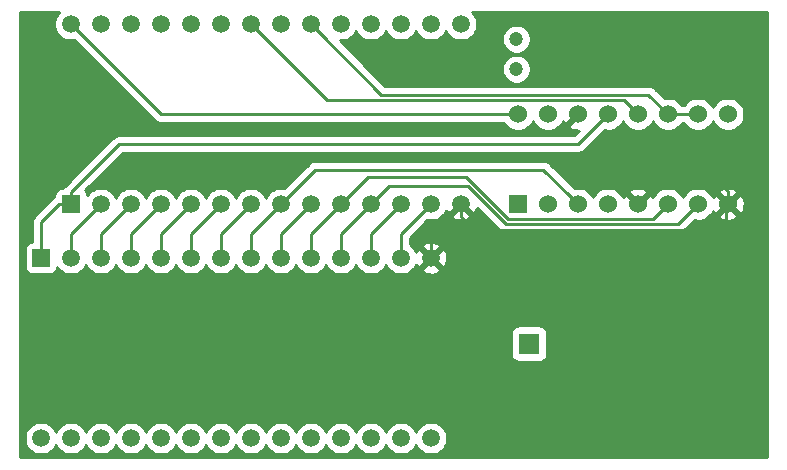
<source format=gbr>
G04 #@! TF.GenerationSoftware,KiCad,Pcbnew,(5.1.4-0-10_14)*
G04 #@! TF.CreationDate,2020-02-03T15:06:25+11:00*
G04 #@! TF.ProjectId,SmartWatch+,536d6172-7457-4617-9463-682b2e6b6963,rev?*
G04 #@! TF.SameCoordinates,Original*
G04 #@! TF.FileFunction,Copper,L1,Top*
G04 #@! TF.FilePolarity,Positive*
%FSLAX46Y46*%
G04 Gerber Fmt 4.6, Leading zero omitted, Abs format (unit mm)*
G04 Created by KiCad (PCBNEW (5.1.4-0-10_14)) date 2020-02-03 15:06:25*
%MOMM*%
%LPD*%
G04 APERTURE LIST*
%ADD10R,1.500000X1.500000*%
%ADD11C,1.500000*%
%ADD12R,1.524000X1.524000*%
%ADD13C,1.524000*%
%ADD14C,1.200000*%
%ADD15C,1.800000*%
%ADD16R,1.800000X1.800000*%
%ADD17C,0.250000*%
%ADD18C,0.254000*%
G04 APERTURE END LIST*
D10*
X24130000Y-43434000D03*
D11*
X26670000Y-43434000D03*
X29210000Y-43434000D03*
X31750000Y-43434000D03*
X34290000Y-43434000D03*
X36830000Y-43434000D03*
X39370000Y-43434000D03*
X41910000Y-43434000D03*
X44450000Y-43434000D03*
X46990000Y-43434000D03*
X49530000Y-43434000D03*
X52070000Y-43434000D03*
X54610000Y-43434000D03*
X57150000Y-43434000D03*
X57150000Y-58674000D03*
X54610000Y-58674000D03*
X52070000Y-58674000D03*
X49530000Y-58674000D03*
X46990000Y-58674000D03*
X44450000Y-58674000D03*
X41910000Y-58674000D03*
X39370000Y-58674000D03*
X36830000Y-58674000D03*
X34290000Y-58674000D03*
X31750000Y-58674000D03*
X29210000Y-58674000D03*
X26670000Y-58674000D03*
X24130000Y-58674000D03*
D10*
X26657300Y-38862000D03*
D11*
X29197300Y-38862000D03*
X31737300Y-38862000D03*
X34277300Y-38862000D03*
X36817300Y-38862000D03*
X39357300Y-38862000D03*
X41897300Y-38862000D03*
X44437300Y-38862000D03*
X46977300Y-38862000D03*
X49517300Y-38862000D03*
X52057300Y-38862000D03*
X54597300Y-38862000D03*
X57137300Y-38862000D03*
X59677300Y-38862000D03*
X59677300Y-23622000D03*
X57137300Y-23622000D03*
X54597300Y-23622000D03*
X52057300Y-23622000D03*
X49517300Y-23622000D03*
X46977300Y-23622000D03*
X44437300Y-23622000D03*
X41897300Y-23622000D03*
X39357300Y-23622000D03*
X36817300Y-23622000D03*
X34277300Y-23622000D03*
X31737300Y-23622000D03*
X29197300Y-23622000D03*
X26657300Y-23622000D03*
D12*
X64516000Y-38862000D03*
D13*
X67056000Y-38862000D03*
X69596000Y-38862000D03*
X72136000Y-38862000D03*
X74676000Y-38862000D03*
X77216000Y-38862000D03*
X79756000Y-38862000D03*
X82296000Y-38862000D03*
X82296000Y-31242000D03*
X79756000Y-31242000D03*
X77216000Y-31242000D03*
X74676000Y-31242000D03*
X72136000Y-31242000D03*
X69596000Y-31242000D03*
X67056000Y-31242000D03*
X64516000Y-31242000D03*
D14*
X64389000Y-27432000D03*
X64389000Y-24892000D03*
D15*
X82117000Y-50673000D03*
D16*
X65457000Y-50673000D03*
D17*
X57150000Y-41389300D02*
X59677300Y-38862000D01*
X57150000Y-43434000D02*
X57150000Y-41389300D01*
X82117000Y-39041000D02*
X82296000Y-38862000D01*
X82117000Y-50673000D02*
X82117000Y-39041000D01*
X81534001Y-39623999D02*
X82296000Y-38862000D01*
X60786660Y-41032020D02*
X80125980Y-41032020D01*
X59677300Y-39922660D02*
X60786660Y-41032020D01*
X80125980Y-41032020D02*
X81534001Y-39623999D01*
X59677300Y-38862000D02*
X59677300Y-39922660D01*
X82296000Y-37784370D02*
X81722630Y-37211000D01*
X75437999Y-38100001D02*
X74676000Y-38862000D01*
X76327000Y-37211000D02*
X75437999Y-38100001D01*
X81722630Y-37211000D02*
X76327000Y-37211000D01*
X82296000Y-38862000D02*
X82296000Y-37784370D01*
X78678370Y-31242000D02*
X77216000Y-31242000D01*
X79756000Y-31242000D02*
X78678370Y-31242000D01*
X52946300Y-29591000D02*
X47727299Y-24371999D01*
X75565000Y-29591000D02*
X52946300Y-29591000D01*
X47727299Y-24371999D02*
X46977300Y-23622000D01*
X77216000Y-31242000D02*
X75565000Y-29591000D01*
X73914001Y-30480001D02*
X74676000Y-31242000D01*
X48316310Y-30041010D02*
X73475010Y-30041010D01*
X73475010Y-30041010D02*
X73914001Y-30480001D01*
X41897300Y-23622000D02*
X48316310Y-30041010D01*
X34277300Y-31242000D02*
X64516000Y-31242000D01*
X26657300Y-23622000D02*
X34277300Y-31242000D01*
X54610000Y-41389300D02*
X54610000Y-43434000D01*
X57137300Y-38862000D02*
X54610000Y-41389300D01*
X52070000Y-41389300D02*
X52070000Y-43434000D01*
X54597300Y-38862000D02*
X52070000Y-41389300D01*
X49530000Y-41389300D02*
X49530000Y-43434000D01*
X52057300Y-38862000D02*
X49530000Y-41389300D01*
X52057300Y-38862000D02*
X53581300Y-37338000D01*
X78994001Y-39623999D02*
X79756000Y-38862000D01*
X63490598Y-40582010D02*
X78035990Y-40582010D01*
X60246588Y-37338000D02*
X63490598Y-40582010D01*
X78035990Y-40582010D02*
X78994001Y-39623999D01*
X53581300Y-37338000D02*
X60246588Y-37338000D01*
X46990000Y-41389300D02*
X46990000Y-43434000D01*
X49517300Y-38862000D02*
X46990000Y-41389300D01*
X63676998Y-40132000D02*
X75946000Y-40132000D01*
X76454001Y-39623999D02*
X77216000Y-38862000D01*
X60120998Y-36576000D02*
X63676998Y-40132000D01*
X51803300Y-36576000D02*
X60120998Y-36576000D01*
X75946000Y-40132000D02*
X76454001Y-39623999D01*
X49517300Y-38862000D02*
X51803300Y-36576000D01*
X44450000Y-41389300D02*
X44450000Y-43434000D01*
X46977300Y-38862000D02*
X44450000Y-41389300D01*
X41910000Y-41389300D02*
X41910000Y-43434000D01*
X44437300Y-38862000D02*
X41910000Y-41389300D01*
X68834001Y-38100001D02*
X69596000Y-38862000D01*
X66675000Y-35941000D02*
X68834001Y-38100001D01*
X47358300Y-35941000D02*
X66675000Y-35941000D01*
X44437300Y-38862000D02*
X47358300Y-35941000D01*
X39370000Y-41389300D02*
X39370000Y-43434000D01*
X41897300Y-38862000D02*
X39370000Y-41389300D01*
X36830000Y-41389300D02*
X36830000Y-43434000D01*
X39357300Y-38862000D02*
X36830000Y-41389300D01*
X34290000Y-41389300D02*
X34290000Y-43434000D01*
X36817300Y-38862000D02*
X34290000Y-41389300D01*
X31750000Y-41389300D02*
X31750000Y-43434000D01*
X34277300Y-38862000D02*
X31750000Y-41389300D01*
X29210000Y-41389300D02*
X29210000Y-43434000D01*
X31737300Y-38862000D02*
X29210000Y-41389300D01*
X26670000Y-41389300D02*
X26670000Y-43434000D01*
X29197300Y-38862000D02*
X26670000Y-41389300D01*
X24130000Y-42434000D02*
X24130000Y-43434000D01*
X24130000Y-40389300D02*
X24130000Y-42434000D01*
X25657300Y-38862000D02*
X24130000Y-40389300D01*
X26657300Y-38862000D02*
X25657300Y-38862000D01*
X69596000Y-33782000D02*
X71374001Y-32003999D01*
X30737300Y-33782000D02*
X69596000Y-33782000D01*
X26657300Y-37862000D02*
X30737300Y-33782000D01*
X71374001Y-32003999D02*
X72136000Y-31242000D01*
X26657300Y-38862000D02*
X26657300Y-37862000D01*
D18*
G36*
X25581501Y-22739114D02*
G01*
X25429929Y-22965957D01*
X25325525Y-23218011D01*
X25272300Y-23485589D01*
X25272300Y-23758411D01*
X25325525Y-24025989D01*
X25429929Y-24278043D01*
X25581501Y-24504886D01*
X25774414Y-24697799D01*
X26001257Y-24849371D01*
X26253311Y-24953775D01*
X26520889Y-25007000D01*
X26793711Y-25007000D01*
X26938665Y-24978167D01*
X33713501Y-31753003D01*
X33737299Y-31782001D01*
X33853024Y-31876974D01*
X33985053Y-31947546D01*
X34128314Y-31991003D01*
X34239967Y-32002000D01*
X34239976Y-32002000D01*
X34277299Y-32005676D01*
X34314622Y-32002000D01*
X63343659Y-32002000D01*
X63430880Y-32132535D01*
X63625465Y-32327120D01*
X63854273Y-32480005D01*
X64108510Y-32585314D01*
X64378408Y-32639000D01*
X64653592Y-32639000D01*
X64923490Y-32585314D01*
X65177727Y-32480005D01*
X65406535Y-32327120D01*
X65601120Y-32132535D01*
X65754005Y-31903727D01*
X65786000Y-31826485D01*
X65817995Y-31903727D01*
X65970880Y-32132535D01*
X66165465Y-32327120D01*
X66394273Y-32480005D01*
X66648510Y-32585314D01*
X66918408Y-32639000D01*
X67193592Y-32639000D01*
X67463490Y-32585314D01*
X67717727Y-32480005D01*
X67946535Y-32327120D01*
X68141120Y-32132535D01*
X68294005Y-31903727D01*
X68323692Y-31832057D01*
X68328364Y-31845023D01*
X68390344Y-31960980D01*
X68630435Y-32027960D01*
X69416395Y-31242000D01*
X69402253Y-31227858D01*
X69581858Y-31048253D01*
X69596000Y-31062395D01*
X69610143Y-31048253D01*
X69789748Y-31227858D01*
X69775605Y-31242000D01*
X69789748Y-31256143D01*
X69610143Y-31435748D01*
X69596000Y-31421605D01*
X68810040Y-32207565D01*
X68877020Y-32447656D01*
X69126048Y-32564756D01*
X69393135Y-32631023D01*
X69659680Y-32643519D01*
X69281199Y-33022000D01*
X30774622Y-33022000D01*
X30737299Y-33018324D01*
X30699976Y-33022000D01*
X30699967Y-33022000D01*
X30588314Y-33032997D01*
X30445053Y-33076454D01*
X30313024Y-33147026D01*
X30197299Y-33241999D01*
X30173501Y-33270997D01*
X26146298Y-37298201D01*
X26117300Y-37321999D01*
X26093502Y-37350997D01*
X26093501Y-37350998D01*
X26022326Y-37437724D01*
X26002974Y-37473928D01*
X25907300Y-37473928D01*
X25782818Y-37486188D01*
X25663120Y-37522498D01*
X25552806Y-37581463D01*
X25456115Y-37660815D01*
X25376763Y-37757506D01*
X25317798Y-37867820D01*
X25281488Y-37987518D01*
X25269228Y-38112000D01*
X25269228Y-38207674D01*
X25233024Y-38227026D01*
X25233022Y-38227027D01*
X25233023Y-38227027D01*
X25146296Y-38298201D01*
X25146292Y-38298205D01*
X25117299Y-38321999D01*
X25093505Y-38350992D01*
X23619002Y-39825497D01*
X23589999Y-39849299D01*
X23535058Y-39916245D01*
X23495026Y-39965024D01*
X23440168Y-40067656D01*
X23424454Y-40097054D01*
X23380997Y-40240315D01*
X23370000Y-40351968D01*
X23370000Y-40351978D01*
X23366324Y-40389300D01*
X23370000Y-40426623D01*
X23370001Y-42046913D01*
X23255518Y-42058188D01*
X23135820Y-42094498D01*
X23025506Y-42153463D01*
X22928815Y-42232815D01*
X22849463Y-42329506D01*
X22790498Y-42439820D01*
X22754188Y-42559518D01*
X22741928Y-42684000D01*
X22741928Y-44184000D01*
X22754188Y-44308482D01*
X22790498Y-44428180D01*
X22849463Y-44538494D01*
X22928815Y-44635185D01*
X23025506Y-44714537D01*
X23135820Y-44773502D01*
X23255518Y-44809812D01*
X23380000Y-44822072D01*
X24880000Y-44822072D01*
X25004482Y-44809812D01*
X25124180Y-44773502D01*
X25234494Y-44714537D01*
X25331185Y-44635185D01*
X25410537Y-44538494D01*
X25469502Y-44428180D01*
X25505812Y-44308482D01*
X25516445Y-44200517D01*
X25594201Y-44316886D01*
X25787114Y-44509799D01*
X26013957Y-44661371D01*
X26266011Y-44765775D01*
X26533589Y-44819000D01*
X26806411Y-44819000D01*
X27073989Y-44765775D01*
X27326043Y-44661371D01*
X27552886Y-44509799D01*
X27745799Y-44316886D01*
X27897371Y-44090043D01*
X27940000Y-43987127D01*
X27982629Y-44090043D01*
X28134201Y-44316886D01*
X28327114Y-44509799D01*
X28553957Y-44661371D01*
X28806011Y-44765775D01*
X29073589Y-44819000D01*
X29346411Y-44819000D01*
X29613989Y-44765775D01*
X29866043Y-44661371D01*
X30092886Y-44509799D01*
X30285799Y-44316886D01*
X30437371Y-44090043D01*
X30480000Y-43987127D01*
X30522629Y-44090043D01*
X30674201Y-44316886D01*
X30867114Y-44509799D01*
X31093957Y-44661371D01*
X31346011Y-44765775D01*
X31613589Y-44819000D01*
X31886411Y-44819000D01*
X32153989Y-44765775D01*
X32406043Y-44661371D01*
X32632886Y-44509799D01*
X32825799Y-44316886D01*
X32977371Y-44090043D01*
X33020000Y-43987127D01*
X33062629Y-44090043D01*
X33214201Y-44316886D01*
X33407114Y-44509799D01*
X33633957Y-44661371D01*
X33886011Y-44765775D01*
X34153589Y-44819000D01*
X34426411Y-44819000D01*
X34693989Y-44765775D01*
X34946043Y-44661371D01*
X35172886Y-44509799D01*
X35365799Y-44316886D01*
X35517371Y-44090043D01*
X35560000Y-43987127D01*
X35602629Y-44090043D01*
X35754201Y-44316886D01*
X35947114Y-44509799D01*
X36173957Y-44661371D01*
X36426011Y-44765775D01*
X36693589Y-44819000D01*
X36966411Y-44819000D01*
X37233989Y-44765775D01*
X37486043Y-44661371D01*
X37712886Y-44509799D01*
X37905799Y-44316886D01*
X38057371Y-44090043D01*
X38100000Y-43987127D01*
X38142629Y-44090043D01*
X38294201Y-44316886D01*
X38487114Y-44509799D01*
X38713957Y-44661371D01*
X38966011Y-44765775D01*
X39233589Y-44819000D01*
X39506411Y-44819000D01*
X39773989Y-44765775D01*
X40026043Y-44661371D01*
X40252886Y-44509799D01*
X40445799Y-44316886D01*
X40597371Y-44090043D01*
X40640000Y-43987127D01*
X40682629Y-44090043D01*
X40834201Y-44316886D01*
X41027114Y-44509799D01*
X41253957Y-44661371D01*
X41506011Y-44765775D01*
X41773589Y-44819000D01*
X42046411Y-44819000D01*
X42313989Y-44765775D01*
X42566043Y-44661371D01*
X42792886Y-44509799D01*
X42985799Y-44316886D01*
X43137371Y-44090043D01*
X43180000Y-43987127D01*
X43222629Y-44090043D01*
X43374201Y-44316886D01*
X43567114Y-44509799D01*
X43793957Y-44661371D01*
X44046011Y-44765775D01*
X44313589Y-44819000D01*
X44586411Y-44819000D01*
X44853989Y-44765775D01*
X45106043Y-44661371D01*
X45332886Y-44509799D01*
X45525799Y-44316886D01*
X45677371Y-44090043D01*
X45720000Y-43987127D01*
X45762629Y-44090043D01*
X45914201Y-44316886D01*
X46107114Y-44509799D01*
X46333957Y-44661371D01*
X46586011Y-44765775D01*
X46853589Y-44819000D01*
X47126411Y-44819000D01*
X47393989Y-44765775D01*
X47646043Y-44661371D01*
X47872886Y-44509799D01*
X48065799Y-44316886D01*
X48217371Y-44090043D01*
X48260000Y-43987127D01*
X48302629Y-44090043D01*
X48454201Y-44316886D01*
X48647114Y-44509799D01*
X48873957Y-44661371D01*
X49126011Y-44765775D01*
X49393589Y-44819000D01*
X49666411Y-44819000D01*
X49933989Y-44765775D01*
X50186043Y-44661371D01*
X50412886Y-44509799D01*
X50605799Y-44316886D01*
X50757371Y-44090043D01*
X50800000Y-43987127D01*
X50842629Y-44090043D01*
X50994201Y-44316886D01*
X51187114Y-44509799D01*
X51413957Y-44661371D01*
X51666011Y-44765775D01*
X51933589Y-44819000D01*
X52206411Y-44819000D01*
X52473989Y-44765775D01*
X52726043Y-44661371D01*
X52952886Y-44509799D01*
X53145799Y-44316886D01*
X53297371Y-44090043D01*
X53340000Y-43987127D01*
X53382629Y-44090043D01*
X53534201Y-44316886D01*
X53727114Y-44509799D01*
X53953957Y-44661371D01*
X54206011Y-44765775D01*
X54473589Y-44819000D01*
X54746411Y-44819000D01*
X55013989Y-44765775D01*
X55266043Y-44661371D01*
X55492886Y-44509799D01*
X55611692Y-44390993D01*
X56372612Y-44390993D01*
X56438137Y-44629860D01*
X56685116Y-44745760D01*
X56949960Y-44811250D01*
X57222492Y-44823812D01*
X57492238Y-44782965D01*
X57748832Y-44690277D01*
X57861863Y-44629860D01*
X57927388Y-44390993D01*
X57150000Y-43613605D01*
X56372612Y-44390993D01*
X55611692Y-44390993D01*
X55685799Y-44316886D01*
X55837371Y-44090043D01*
X55878511Y-43990721D01*
X55893723Y-44032832D01*
X55954140Y-44145863D01*
X56193007Y-44211388D01*
X56970395Y-43434000D01*
X57329605Y-43434000D01*
X58106993Y-44211388D01*
X58345860Y-44145863D01*
X58461760Y-43898884D01*
X58527250Y-43634040D01*
X58539812Y-43361508D01*
X58498965Y-43091762D01*
X58406277Y-42835168D01*
X58345860Y-42722137D01*
X58106993Y-42656612D01*
X57329605Y-43434000D01*
X56970395Y-43434000D01*
X56193007Y-42656612D01*
X55954140Y-42722137D01*
X55879836Y-42880477D01*
X55837371Y-42777957D01*
X55685799Y-42551114D01*
X55611692Y-42477007D01*
X56372612Y-42477007D01*
X57150000Y-43254395D01*
X57927388Y-42477007D01*
X57861863Y-42238140D01*
X57614884Y-42122240D01*
X57350040Y-42056750D01*
X57077508Y-42044188D01*
X56807762Y-42085035D01*
X56551168Y-42177723D01*
X56438137Y-42238140D01*
X56372612Y-42477007D01*
X55611692Y-42477007D01*
X55492886Y-42358201D01*
X55370000Y-42276091D01*
X55370000Y-41704101D01*
X56855935Y-40218167D01*
X57000889Y-40247000D01*
X57273711Y-40247000D01*
X57541289Y-40193775D01*
X57793343Y-40089371D01*
X58020186Y-39937799D01*
X58138992Y-39818993D01*
X58899912Y-39818993D01*
X58965437Y-40057860D01*
X59212416Y-40173760D01*
X59477260Y-40239250D01*
X59749792Y-40251812D01*
X60019538Y-40210965D01*
X60276132Y-40118277D01*
X60389163Y-40057860D01*
X60454688Y-39818993D01*
X59677300Y-39041605D01*
X58899912Y-39818993D01*
X58138992Y-39818993D01*
X58213099Y-39744886D01*
X58364671Y-39518043D01*
X58405811Y-39418721D01*
X58421023Y-39460832D01*
X58481440Y-39573863D01*
X58720307Y-39639388D01*
X59497695Y-38862000D01*
X59483553Y-38847858D01*
X59663158Y-38668253D01*
X59677300Y-38682395D01*
X59691443Y-38668253D01*
X59871048Y-38847858D01*
X59856905Y-38862000D01*
X60634293Y-39639388D01*
X60873160Y-39573863D01*
X60989060Y-39326884D01*
X61023082Y-39189296D01*
X62926799Y-41093013D01*
X62950597Y-41122011D01*
X62979595Y-41145809D01*
X63066321Y-41216984D01*
X63198351Y-41287556D01*
X63341612Y-41331013D01*
X63453265Y-41342010D01*
X63453275Y-41342010D01*
X63490598Y-41345686D01*
X63527921Y-41342010D01*
X77998668Y-41342010D01*
X78035990Y-41345686D01*
X78073312Y-41342010D01*
X78073323Y-41342010D01*
X78184976Y-41331013D01*
X78328237Y-41287556D01*
X78460266Y-41216984D01*
X78575991Y-41122011D01*
X78599794Y-41093008D01*
X79464430Y-40228372D01*
X79618408Y-40259000D01*
X79893592Y-40259000D01*
X80163490Y-40205314D01*
X80417727Y-40100005D01*
X80646535Y-39947120D01*
X80766090Y-39827565D01*
X81510040Y-39827565D01*
X81577020Y-40067656D01*
X81826048Y-40184756D01*
X82093135Y-40251023D01*
X82368017Y-40263910D01*
X82640133Y-40222922D01*
X82899023Y-40129636D01*
X83014980Y-40067656D01*
X83081960Y-39827565D01*
X82296000Y-39041605D01*
X81510040Y-39827565D01*
X80766090Y-39827565D01*
X80841120Y-39752535D01*
X80994005Y-39523727D01*
X81023692Y-39452057D01*
X81028364Y-39465023D01*
X81090344Y-39580980D01*
X81330435Y-39647960D01*
X82116395Y-38862000D01*
X82475605Y-38862000D01*
X83261565Y-39647960D01*
X83501656Y-39580980D01*
X83618756Y-39331952D01*
X83685023Y-39064865D01*
X83697910Y-38789983D01*
X83656922Y-38517867D01*
X83563636Y-38258977D01*
X83501656Y-38143020D01*
X83261565Y-38076040D01*
X82475605Y-38862000D01*
X82116395Y-38862000D01*
X81330435Y-38076040D01*
X81090344Y-38143020D01*
X81026515Y-38278760D01*
X80994005Y-38200273D01*
X80841120Y-37971465D01*
X80766090Y-37896435D01*
X81510040Y-37896435D01*
X82296000Y-38682395D01*
X83081960Y-37896435D01*
X83014980Y-37656344D01*
X82765952Y-37539244D01*
X82498865Y-37472977D01*
X82223983Y-37460090D01*
X81951867Y-37501078D01*
X81692977Y-37594364D01*
X81577020Y-37656344D01*
X81510040Y-37896435D01*
X80766090Y-37896435D01*
X80646535Y-37776880D01*
X80417727Y-37623995D01*
X80163490Y-37518686D01*
X79893592Y-37465000D01*
X79618408Y-37465000D01*
X79348510Y-37518686D01*
X79094273Y-37623995D01*
X78865465Y-37776880D01*
X78670880Y-37971465D01*
X78517995Y-38200273D01*
X78486000Y-38277515D01*
X78454005Y-38200273D01*
X78301120Y-37971465D01*
X78106535Y-37776880D01*
X77877727Y-37623995D01*
X77623490Y-37518686D01*
X77353592Y-37465000D01*
X77078408Y-37465000D01*
X76808510Y-37518686D01*
X76554273Y-37623995D01*
X76325465Y-37776880D01*
X76130880Y-37971465D01*
X75977995Y-38200273D01*
X75948308Y-38271943D01*
X75943636Y-38258977D01*
X75881656Y-38143020D01*
X75641565Y-38076040D01*
X74855605Y-38862000D01*
X74869748Y-38876143D01*
X74690143Y-39055748D01*
X74676000Y-39041605D01*
X74661858Y-39055748D01*
X74482253Y-38876143D01*
X74496395Y-38862000D01*
X73710435Y-38076040D01*
X73470344Y-38143020D01*
X73406515Y-38278760D01*
X73374005Y-38200273D01*
X73221120Y-37971465D01*
X73146090Y-37896435D01*
X73890040Y-37896435D01*
X74676000Y-38682395D01*
X75461960Y-37896435D01*
X75394980Y-37656344D01*
X75145952Y-37539244D01*
X74878865Y-37472977D01*
X74603983Y-37460090D01*
X74331867Y-37501078D01*
X74072977Y-37594364D01*
X73957020Y-37656344D01*
X73890040Y-37896435D01*
X73146090Y-37896435D01*
X73026535Y-37776880D01*
X72797727Y-37623995D01*
X72543490Y-37518686D01*
X72273592Y-37465000D01*
X71998408Y-37465000D01*
X71728510Y-37518686D01*
X71474273Y-37623995D01*
X71245465Y-37776880D01*
X71050880Y-37971465D01*
X70897995Y-38200273D01*
X70866000Y-38277515D01*
X70834005Y-38200273D01*
X70681120Y-37971465D01*
X70486535Y-37776880D01*
X70257727Y-37623995D01*
X70003490Y-37518686D01*
X69733592Y-37465000D01*
X69458408Y-37465000D01*
X69304431Y-37495628D01*
X67238804Y-35430002D01*
X67215001Y-35400999D01*
X67099276Y-35306026D01*
X66967247Y-35235454D01*
X66823986Y-35191997D01*
X66712333Y-35181000D01*
X66712322Y-35181000D01*
X66675000Y-35177324D01*
X66637678Y-35181000D01*
X47395623Y-35181000D01*
X47358300Y-35177324D01*
X47320977Y-35181000D01*
X47320967Y-35181000D01*
X47209314Y-35191997D01*
X47066053Y-35235454D01*
X46934024Y-35306026D01*
X46818299Y-35400999D01*
X46794501Y-35429997D01*
X44718665Y-37505833D01*
X44573711Y-37477000D01*
X44300889Y-37477000D01*
X44033311Y-37530225D01*
X43781257Y-37634629D01*
X43554414Y-37786201D01*
X43361501Y-37979114D01*
X43209929Y-38205957D01*
X43167300Y-38308873D01*
X43124671Y-38205957D01*
X42973099Y-37979114D01*
X42780186Y-37786201D01*
X42553343Y-37634629D01*
X42301289Y-37530225D01*
X42033711Y-37477000D01*
X41760889Y-37477000D01*
X41493311Y-37530225D01*
X41241257Y-37634629D01*
X41014414Y-37786201D01*
X40821501Y-37979114D01*
X40669929Y-38205957D01*
X40627300Y-38308873D01*
X40584671Y-38205957D01*
X40433099Y-37979114D01*
X40240186Y-37786201D01*
X40013343Y-37634629D01*
X39761289Y-37530225D01*
X39493711Y-37477000D01*
X39220889Y-37477000D01*
X38953311Y-37530225D01*
X38701257Y-37634629D01*
X38474414Y-37786201D01*
X38281501Y-37979114D01*
X38129929Y-38205957D01*
X38087300Y-38308873D01*
X38044671Y-38205957D01*
X37893099Y-37979114D01*
X37700186Y-37786201D01*
X37473343Y-37634629D01*
X37221289Y-37530225D01*
X36953711Y-37477000D01*
X36680889Y-37477000D01*
X36413311Y-37530225D01*
X36161257Y-37634629D01*
X35934414Y-37786201D01*
X35741501Y-37979114D01*
X35589929Y-38205957D01*
X35547300Y-38308873D01*
X35504671Y-38205957D01*
X35353099Y-37979114D01*
X35160186Y-37786201D01*
X34933343Y-37634629D01*
X34681289Y-37530225D01*
X34413711Y-37477000D01*
X34140889Y-37477000D01*
X33873311Y-37530225D01*
X33621257Y-37634629D01*
X33394414Y-37786201D01*
X33201501Y-37979114D01*
X33049929Y-38205957D01*
X33007300Y-38308873D01*
X32964671Y-38205957D01*
X32813099Y-37979114D01*
X32620186Y-37786201D01*
X32393343Y-37634629D01*
X32141289Y-37530225D01*
X31873711Y-37477000D01*
X31600889Y-37477000D01*
X31333311Y-37530225D01*
X31081257Y-37634629D01*
X30854414Y-37786201D01*
X30661501Y-37979114D01*
X30509929Y-38205957D01*
X30467300Y-38308873D01*
X30424671Y-38205957D01*
X30273099Y-37979114D01*
X30080186Y-37786201D01*
X29853343Y-37634629D01*
X29601289Y-37530225D01*
X29333711Y-37477000D01*
X29060889Y-37477000D01*
X28793311Y-37530225D01*
X28541257Y-37634629D01*
X28314414Y-37786201D01*
X28121501Y-37979114D01*
X28043745Y-38095483D01*
X28033112Y-37987518D01*
X27996802Y-37867820D01*
X27937837Y-37757506D01*
X27892202Y-37701899D01*
X31052102Y-34542000D01*
X69558678Y-34542000D01*
X69596000Y-34545676D01*
X69633322Y-34542000D01*
X69633333Y-34542000D01*
X69744986Y-34531003D01*
X69888247Y-34487546D01*
X70020276Y-34416974D01*
X70136001Y-34322001D01*
X70159804Y-34292997D01*
X71844430Y-32608372D01*
X71998408Y-32639000D01*
X72273592Y-32639000D01*
X72543490Y-32585314D01*
X72797727Y-32480005D01*
X73026535Y-32327120D01*
X73221120Y-32132535D01*
X73374005Y-31903727D01*
X73406000Y-31826485D01*
X73437995Y-31903727D01*
X73590880Y-32132535D01*
X73785465Y-32327120D01*
X74014273Y-32480005D01*
X74268510Y-32585314D01*
X74538408Y-32639000D01*
X74813592Y-32639000D01*
X75083490Y-32585314D01*
X75337727Y-32480005D01*
X75566535Y-32327120D01*
X75761120Y-32132535D01*
X75914005Y-31903727D01*
X75946000Y-31826485D01*
X75977995Y-31903727D01*
X76130880Y-32132535D01*
X76325465Y-32327120D01*
X76554273Y-32480005D01*
X76808510Y-32585314D01*
X77078408Y-32639000D01*
X77353592Y-32639000D01*
X77623490Y-32585314D01*
X77877727Y-32480005D01*
X78106535Y-32327120D01*
X78301120Y-32132535D01*
X78388341Y-32002000D01*
X78583659Y-32002000D01*
X78670880Y-32132535D01*
X78865465Y-32327120D01*
X79094273Y-32480005D01*
X79348510Y-32585314D01*
X79618408Y-32639000D01*
X79893592Y-32639000D01*
X80163490Y-32585314D01*
X80417727Y-32480005D01*
X80646535Y-32327120D01*
X80841120Y-32132535D01*
X80994005Y-31903727D01*
X81026000Y-31826485D01*
X81057995Y-31903727D01*
X81210880Y-32132535D01*
X81405465Y-32327120D01*
X81634273Y-32480005D01*
X81888510Y-32585314D01*
X82158408Y-32639000D01*
X82433592Y-32639000D01*
X82703490Y-32585314D01*
X82957727Y-32480005D01*
X83186535Y-32327120D01*
X83381120Y-32132535D01*
X83534005Y-31903727D01*
X83639314Y-31649490D01*
X83693000Y-31379592D01*
X83693000Y-31104408D01*
X83639314Y-30834510D01*
X83534005Y-30580273D01*
X83381120Y-30351465D01*
X83186535Y-30156880D01*
X82957727Y-30003995D01*
X82703490Y-29898686D01*
X82433592Y-29845000D01*
X82158408Y-29845000D01*
X81888510Y-29898686D01*
X81634273Y-30003995D01*
X81405465Y-30156880D01*
X81210880Y-30351465D01*
X81057995Y-30580273D01*
X81026000Y-30657515D01*
X80994005Y-30580273D01*
X80841120Y-30351465D01*
X80646535Y-30156880D01*
X80417727Y-30003995D01*
X80163490Y-29898686D01*
X79893592Y-29845000D01*
X79618408Y-29845000D01*
X79348510Y-29898686D01*
X79094273Y-30003995D01*
X78865465Y-30156880D01*
X78670880Y-30351465D01*
X78583659Y-30482000D01*
X78388341Y-30482000D01*
X78301120Y-30351465D01*
X78106535Y-30156880D01*
X77877727Y-30003995D01*
X77623490Y-29898686D01*
X77353592Y-29845000D01*
X77078408Y-29845000D01*
X76924430Y-29875628D01*
X76128804Y-29080003D01*
X76105001Y-29050999D01*
X75989276Y-28956026D01*
X75857247Y-28885454D01*
X75713986Y-28841997D01*
X75602333Y-28831000D01*
X75602322Y-28831000D01*
X75565000Y-28827324D01*
X75527678Y-28831000D01*
X53261102Y-28831000D01*
X51740465Y-27310363D01*
X63154000Y-27310363D01*
X63154000Y-27553637D01*
X63201460Y-27792236D01*
X63294557Y-28016992D01*
X63429713Y-28219267D01*
X63601733Y-28391287D01*
X63804008Y-28526443D01*
X64028764Y-28619540D01*
X64267363Y-28667000D01*
X64510637Y-28667000D01*
X64749236Y-28619540D01*
X64973992Y-28526443D01*
X65176267Y-28391287D01*
X65348287Y-28219267D01*
X65483443Y-28016992D01*
X65576540Y-27792236D01*
X65624000Y-27553637D01*
X65624000Y-27310363D01*
X65576540Y-27071764D01*
X65483443Y-26847008D01*
X65348287Y-26644733D01*
X65176267Y-26472713D01*
X64973992Y-26337557D01*
X64749236Y-26244460D01*
X64510637Y-26197000D01*
X64267363Y-26197000D01*
X64028764Y-26244460D01*
X63804008Y-26337557D01*
X63601733Y-26472713D01*
X63429713Y-26644733D01*
X63294557Y-26847008D01*
X63201460Y-27071764D01*
X63154000Y-27310363D01*
X51740465Y-27310363D01*
X49437101Y-25007000D01*
X49653711Y-25007000D01*
X49921289Y-24953775D01*
X50173343Y-24849371D01*
X50400186Y-24697799D01*
X50593099Y-24504886D01*
X50744671Y-24278043D01*
X50787300Y-24175127D01*
X50829929Y-24278043D01*
X50981501Y-24504886D01*
X51174414Y-24697799D01*
X51401257Y-24849371D01*
X51653311Y-24953775D01*
X51920889Y-25007000D01*
X52193711Y-25007000D01*
X52461289Y-24953775D01*
X52713343Y-24849371D01*
X52940186Y-24697799D01*
X53133099Y-24504886D01*
X53284671Y-24278043D01*
X53327300Y-24175127D01*
X53369929Y-24278043D01*
X53521501Y-24504886D01*
X53714414Y-24697799D01*
X53941257Y-24849371D01*
X54193311Y-24953775D01*
X54460889Y-25007000D01*
X54733711Y-25007000D01*
X55001289Y-24953775D01*
X55253343Y-24849371D01*
X55480186Y-24697799D01*
X55673099Y-24504886D01*
X55824671Y-24278043D01*
X55867300Y-24175127D01*
X55909929Y-24278043D01*
X56061501Y-24504886D01*
X56254414Y-24697799D01*
X56481257Y-24849371D01*
X56733311Y-24953775D01*
X57000889Y-25007000D01*
X57273711Y-25007000D01*
X57541289Y-24953775D01*
X57793343Y-24849371D01*
X58020186Y-24697799D01*
X58213099Y-24504886D01*
X58364671Y-24278043D01*
X58407300Y-24175127D01*
X58449929Y-24278043D01*
X58601501Y-24504886D01*
X58794414Y-24697799D01*
X59021257Y-24849371D01*
X59273311Y-24953775D01*
X59540889Y-25007000D01*
X59813711Y-25007000D01*
X60081289Y-24953775D01*
X60333343Y-24849371D01*
X60451586Y-24770363D01*
X63154000Y-24770363D01*
X63154000Y-25013637D01*
X63201460Y-25252236D01*
X63294557Y-25476992D01*
X63429713Y-25679267D01*
X63601733Y-25851287D01*
X63804008Y-25986443D01*
X64028764Y-26079540D01*
X64267363Y-26127000D01*
X64510637Y-26127000D01*
X64749236Y-26079540D01*
X64973992Y-25986443D01*
X65176267Y-25851287D01*
X65348287Y-25679267D01*
X65483443Y-25476992D01*
X65576540Y-25252236D01*
X65624000Y-25013637D01*
X65624000Y-24770363D01*
X65576540Y-24531764D01*
X65483443Y-24307008D01*
X65348287Y-24104733D01*
X65176267Y-23932713D01*
X64973992Y-23797557D01*
X64749236Y-23704460D01*
X64510637Y-23657000D01*
X64267363Y-23657000D01*
X64028764Y-23704460D01*
X63804008Y-23797557D01*
X63601733Y-23932713D01*
X63429713Y-24104733D01*
X63294557Y-24307008D01*
X63201460Y-24531764D01*
X63154000Y-24770363D01*
X60451586Y-24770363D01*
X60560186Y-24697799D01*
X60753099Y-24504886D01*
X60904671Y-24278043D01*
X61009075Y-24025989D01*
X61062300Y-23758411D01*
X61062300Y-23485589D01*
X61009075Y-23218011D01*
X60904671Y-22965957D01*
X60753099Y-22739114D01*
X60644985Y-22631000D01*
X85573000Y-22631000D01*
X85573001Y-60300000D01*
X22377000Y-60300000D01*
X22377000Y-58537589D01*
X22745000Y-58537589D01*
X22745000Y-58810411D01*
X22798225Y-59077989D01*
X22902629Y-59330043D01*
X23054201Y-59556886D01*
X23247114Y-59749799D01*
X23473957Y-59901371D01*
X23726011Y-60005775D01*
X23993589Y-60059000D01*
X24266411Y-60059000D01*
X24533989Y-60005775D01*
X24786043Y-59901371D01*
X25012886Y-59749799D01*
X25205799Y-59556886D01*
X25357371Y-59330043D01*
X25400000Y-59227127D01*
X25442629Y-59330043D01*
X25594201Y-59556886D01*
X25787114Y-59749799D01*
X26013957Y-59901371D01*
X26266011Y-60005775D01*
X26533589Y-60059000D01*
X26806411Y-60059000D01*
X27073989Y-60005775D01*
X27326043Y-59901371D01*
X27552886Y-59749799D01*
X27745799Y-59556886D01*
X27897371Y-59330043D01*
X27940000Y-59227127D01*
X27982629Y-59330043D01*
X28134201Y-59556886D01*
X28327114Y-59749799D01*
X28553957Y-59901371D01*
X28806011Y-60005775D01*
X29073589Y-60059000D01*
X29346411Y-60059000D01*
X29613989Y-60005775D01*
X29866043Y-59901371D01*
X30092886Y-59749799D01*
X30285799Y-59556886D01*
X30437371Y-59330043D01*
X30480000Y-59227127D01*
X30522629Y-59330043D01*
X30674201Y-59556886D01*
X30867114Y-59749799D01*
X31093957Y-59901371D01*
X31346011Y-60005775D01*
X31613589Y-60059000D01*
X31886411Y-60059000D01*
X32153989Y-60005775D01*
X32406043Y-59901371D01*
X32632886Y-59749799D01*
X32825799Y-59556886D01*
X32977371Y-59330043D01*
X33020000Y-59227127D01*
X33062629Y-59330043D01*
X33214201Y-59556886D01*
X33407114Y-59749799D01*
X33633957Y-59901371D01*
X33886011Y-60005775D01*
X34153589Y-60059000D01*
X34426411Y-60059000D01*
X34693989Y-60005775D01*
X34946043Y-59901371D01*
X35172886Y-59749799D01*
X35365799Y-59556886D01*
X35517371Y-59330043D01*
X35560000Y-59227127D01*
X35602629Y-59330043D01*
X35754201Y-59556886D01*
X35947114Y-59749799D01*
X36173957Y-59901371D01*
X36426011Y-60005775D01*
X36693589Y-60059000D01*
X36966411Y-60059000D01*
X37233989Y-60005775D01*
X37486043Y-59901371D01*
X37712886Y-59749799D01*
X37905799Y-59556886D01*
X38057371Y-59330043D01*
X38100000Y-59227127D01*
X38142629Y-59330043D01*
X38294201Y-59556886D01*
X38487114Y-59749799D01*
X38713957Y-59901371D01*
X38966011Y-60005775D01*
X39233589Y-60059000D01*
X39506411Y-60059000D01*
X39773989Y-60005775D01*
X40026043Y-59901371D01*
X40252886Y-59749799D01*
X40445799Y-59556886D01*
X40597371Y-59330043D01*
X40640000Y-59227127D01*
X40682629Y-59330043D01*
X40834201Y-59556886D01*
X41027114Y-59749799D01*
X41253957Y-59901371D01*
X41506011Y-60005775D01*
X41773589Y-60059000D01*
X42046411Y-60059000D01*
X42313989Y-60005775D01*
X42566043Y-59901371D01*
X42792886Y-59749799D01*
X42985799Y-59556886D01*
X43137371Y-59330043D01*
X43180000Y-59227127D01*
X43222629Y-59330043D01*
X43374201Y-59556886D01*
X43567114Y-59749799D01*
X43793957Y-59901371D01*
X44046011Y-60005775D01*
X44313589Y-60059000D01*
X44586411Y-60059000D01*
X44853989Y-60005775D01*
X45106043Y-59901371D01*
X45332886Y-59749799D01*
X45525799Y-59556886D01*
X45677371Y-59330043D01*
X45720000Y-59227127D01*
X45762629Y-59330043D01*
X45914201Y-59556886D01*
X46107114Y-59749799D01*
X46333957Y-59901371D01*
X46586011Y-60005775D01*
X46853589Y-60059000D01*
X47126411Y-60059000D01*
X47393989Y-60005775D01*
X47646043Y-59901371D01*
X47872886Y-59749799D01*
X48065799Y-59556886D01*
X48217371Y-59330043D01*
X48260000Y-59227127D01*
X48302629Y-59330043D01*
X48454201Y-59556886D01*
X48647114Y-59749799D01*
X48873957Y-59901371D01*
X49126011Y-60005775D01*
X49393589Y-60059000D01*
X49666411Y-60059000D01*
X49933989Y-60005775D01*
X50186043Y-59901371D01*
X50412886Y-59749799D01*
X50605799Y-59556886D01*
X50757371Y-59330043D01*
X50800000Y-59227127D01*
X50842629Y-59330043D01*
X50994201Y-59556886D01*
X51187114Y-59749799D01*
X51413957Y-59901371D01*
X51666011Y-60005775D01*
X51933589Y-60059000D01*
X52206411Y-60059000D01*
X52473989Y-60005775D01*
X52726043Y-59901371D01*
X52952886Y-59749799D01*
X53145799Y-59556886D01*
X53297371Y-59330043D01*
X53340000Y-59227127D01*
X53382629Y-59330043D01*
X53534201Y-59556886D01*
X53727114Y-59749799D01*
X53953957Y-59901371D01*
X54206011Y-60005775D01*
X54473589Y-60059000D01*
X54746411Y-60059000D01*
X55013989Y-60005775D01*
X55266043Y-59901371D01*
X55492886Y-59749799D01*
X55685799Y-59556886D01*
X55837371Y-59330043D01*
X55880000Y-59227127D01*
X55922629Y-59330043D01*
X56074201Y-59556886D01*
X56267114Y-59749799D01*
X56493957Y-59901371D01*
X56746011Y-60005775D01*
X57013589Y-60059000D01*
X57286411Y-60059000D01*
X57553989Y-60005775D01*
X57806043Y-59901371D01*
X58032886Y-59749799D01*
X58225799Y-59556886D01*
X58377371Y-59330043D01*
X58481775Y-59077989D01*
X58535000Y-58810411D01*
X58535000Y-58537589D01*
X58481775Y-58270011D01*
X58377371Y-58017957D01*
X58225799Y-57791114D01*
X58032886Y-57598201D01*
X57806043Y-57446629D01*
X57553989Y-57342225D01*
X57286411Y-57289000D01*
X57013589Y-57289000D01*
X56746011Y-57342225D01*
X56493957Y-57446629D01*
X56267114Y-57598201D01*
X56074201Y-57791114D01*
X55922629Y-58017957D01*
X55880000Y-58120873D01*
X55837371Y-58017957D01*
X55685799Y-57791114D01*
X55492886Y-57598201D01*
X55266043Y-57446629D01*
X55013989Y-57342225D01*
X54746411Y-57289000D01*
X54473589Y-57289000D01*
X54206011Y-57342225D01*
X53953957Y-57446629D01*
X53727114Y-57598201D01*
X53534201Y-57791114D01*
X53382629Y-58017957D01*
X53340000Y-58120873D01*
X53297371Y-58017957D01*
X53145799Y-57791114D01*
X52952886Y-57598201D01*
X52726043Y-57446629D01*
X52473989Y-57342225D01*
X52206411Y-57289000D01*
X51933589Y-57289000D01*
X51666011Y-57342225D01*
X51413957Y-57446629D01*
X51187114Y-57598201D01*
X50994201Y-57791114D01*
X50842629Y-58017957D01*
X50800000Y-58120873D01*
X50757371Y-58017957D01*
X50605799Y-57791114D01*
X50412886Y-57598201D01*
X50186043Y-57446629D01*
X49933989Y-57342225D01*
X49666411Y-57289000D01*
X49393589Y-57289000D01*
X49126011Y-57342225D01*
X48873957Y-57446629D01*
X48647114Y-57598201D01*
X48454201Y-57791114D01*
X48302629Y-58017957D01*
X48260000Y-58120873D01*
X48217371Y-58017957D01*
X48065799Y-57791114D01*
X47872886Y-57598201D01*
X47646043Y-57446629D01*
X47393989Y-57342225D01*
X47126411Y-57289000D01*
X46853589Y-57289000D01*
X46586011Y-57342225D01*
X46333957Y-57446629D01*
X46107114Y-57598201D01*
X45914201Y-57791114D01*
X45762629Y-58017957D01*
X45720000Y-58120873D01*
X45677371Y-58017957D01*
X45525799Y-57791114D01*
X45332886Y-57598201D01*
X45106043Y-57446629D01*
X44853989Y-57342225D01*
X44586411Y-57289000D01*
X44313589Y-57289000D01*
X44046011Y-57342225D01*
X43793957Y-57446629D01*
X43567114Y-57598201D01*
X43374201Y-57791114D01*
X43222629Y-58017957D01*
X43180000Y-58120873D01*
X43137371Y-58017957D01*
X42985799Y-57791114D01*
X42792886Y-57598201D01*
X42566043Y-57446629D01*
X42313989Y-57342225D01*
X42046411Y-57289000D01*
X41773589Y-57289000D01*
X41506011Y-57342225D01*
X41253957Y-57446629D01*
X41027114Y-57598201D01*
X40834201Y-57791114D01*
X40682629Y-58017957D01*
X40640000Y-58120873D01*
X40597371Y-58017957D01*
X40445799Y-57791114D01*
X40252886Y-57598201D01*
X40026043Y-57446629D01*
X39773989Y-57342225D01*
X39506411Y-57289000D01*
X39233589Y-57289000D01*
X38966011Y-57342225D01*
X38713957Y-57446629D01*
X38487114Y-57598201D01*
X38294201Y-57791114D01*
X38142629Y-58017957D01*
X38100000Y-58120873D01*
X38057371Y-58017957D01*
X37905799Y-57791114D01*
X37712886Y-57598201D01*
X37486043Y-57446629D01*
X37233989Y-57342225D01*
X36966411Y-57289000D01*
X36693589Y-57289000D01*
X36426011Y-57342225D01*
X36173957Y-57446629D01*
X35947114Y-57598201D01*
X35754201Y-57791114D01*
X35602629Y-58017957D01*
X35560000Y-58120873D01*
X35517371Y-58017957D01*
X35365799Y-57791114D01*
X35172886Y-57598201D01*
X34946043Y-57446629D01*
X34693989Y-57342225D01*
X34426411Y-57289000D01*
X34153589Y-57289000D01*
X33886011Y-57342225D01*
X33633957Y-57446629D01*
X33407114Y-57598201D01*
X33214201Y-57791114D01*
X33062629Y-58017957D01*
X33020000Y-58120873D01*
X32977371Y-58017957D01*
X32825799Y-57791114D01*
X32632886Y-57598201D01*
X32406043Y-57446629D01*
X32153989Y-57342225D01*
X31886411Y-57289000D01*
X31613589Y-57289000D01*
X31346011Y-57342225D01*
X31093957Y-57446629D01*
X30867114Y-57598201D01*
X30674201Y-57791114D01*
X30522629Y-58017957D01*
X30480000Y-58120873D01*
X30437371Y-58017957D01*
X30285799Y-57791114D01*
X30092886Y-57598201D01*
X29866043Y-57446629D01*
X29613989Y-57342225D01*
X29346411Y-57289000D01*
X29073589Y-57289000D01*
X28806011Y-57342225D01*
X28553957Y-57446629D01*
X28327114Y-57598201D01*
X28134201Y-57791114D01*
X27982629Y-58017957D01*
X27940000Y-58120873D01*
X27897371Y-58017957D01*
X27745799Y-57791114D01*
X27552886Y-57598201D01*
X27326043Y-57446629D01*
X27073989Y-57342225D01*
X26806411Y-57289000D01*
X26533589Y-57289000D01*
X26266011Y-57342225D01*
X26013957Y-57446629D01*
X25787114Y-57598201D01*
X25594201Y-57791114D01*
X25442629Y-58017957D01*
X25400000Y-58120873D01*
X25357371Y-58017957D01*
X25205799Y-57791114D01*
X25012886Y-57598201D01*
X24786043Y-57446629D01*
X24533989Y-57342225D01*
X24266411Y-57289000D01*
X23993589Y-57289000D01*
X23726011Y-57342225D01*
X23473957Y-57446629D01*
X23247114Y-57598201D01*
X23054201Y-57791114D01*
X22902629Y-58017957D01*
X22798225Y-58270011D01*
X22745000Y-58537589D01*
X22377000Y-58537589D01*
X22377000Y-49773000D01*
X63918928Y-49773000D01*
X63918928Y-51573000D01*
X63931188Y-51697482D01*
X63967498Y-51817180D01*
X64026463Y-51927494D01*
X64105815Y-52024185D01*
X64202506Y-52103537D01*
X64312820Y-52162502D01*
X64432518Y-52198812D01*
X64557000Y-52211072D01*
X66357000Y-52211072D01*
X66481482Y-52198812D01*
X66601180Y-52162502D01*
X66711494Y-52103537D01*
X66808185Y-52024185D01*
X66887537Y-51927494D01*
X66946502Y-51817180D01*
X66982812Y-51697482D01*
X66995072Y-51573000D01*
X66995072Y-49773000D01*
X66982812Y-49648518D01*
X66946502Y-49528820D01*
X66887537Y-49418506D01*
X66808185Y-49321815D01*
X66711494Y-49242463D01*
X66601180Y-49183498D01*
X66481482Y-49147188D01*
X66357000Y-49134928D01*
X64557000Y-49134928D01*
X64432518Y-49147188D01*
X64312820Y-49183498D01*
X64202506Y-49242463D01*
X64105815Y-49321815D01*
X64026463Y-49418506D01*
X63967498Y-49528820D01*
X63931188Y-49648518D01*
X63918928Y-49773000D01*
X22377000Y-49773000D01*
X22377000Y-22631000D01*
X25689615Y-22631000D01*
X25581501Y-22739114D01*
X25581501Y-22739114D01*
G37*
X25581501Y-22739114D02*
X25429929Y-22965957D01*
X25325525Y-23218011D01*
X25272300Y-23485589D01*
X25272300Y-23758411D01*
X25325525Y-24025989D01*
X25429929Y-24278043D01*
X25581501Y-24504886D01*
X25774414Y-24697799D01*
X26001257Y-24849371D01*
X26253311Y-24953775D01*
X26520889Y-25007000D01*
X26793711Y-25007000D01*
X26938665Y-24978167D01*
X33713501Y-31753003D01*
X33737299Y-31782001D01*
X33853024Y-31876974D01*
X33985053Y-31947546D01*
X34128314Y-31991003D01*
X34239967Y-32002000D01*
X34239976Y-32002000D01*
X34277299Y-32005676D01*
X34314622Y-32002000D01*
X63343659Y-32002000D01*
X63430880Y-32132535D01*
X63625465Y-32327120D01*
X63854273Y-32480005D01*
X64108510Y-32585314D01*
X64378408Y-32639000D01*
X64653592Y-32639000D01*
X64923490Y-32585314D01*
X65177727Y-32480005D01*
X65406535Y-32327120D01*
X65601120Y-32132535D01*
X65754005Y-31903727D01*
X65786000Y-31826485D01*
X65817995Y-31903727D01*
X65970880Y-32132535D01*
X66165465Y-32327120D01*
X66394273Y-32480005D01*
X66648510Y-32585314D01*
X66918408Y-32639000D01*
X67193592Y-32639000D01*
X67463490Y-32585314D01*
X67717727Y-32480005D01*
X67946535Y-32327120D01*
X68141120Y-32132535D01*
X68294005Y-31903727D01*
X68323692Y-31832057D01*
X68328364Y-31845023D01*
X68390344Y-31960980D01*
X68630435Y-32027960D01*
X69416395Y-31242000D01*
X69402253Y-31227858D01*
X69581858Y-31048253D01*
X69596000Y-31062395D01*
X69610143Y-31048253D01*
X69789748Y-31227858D01*
X69775605Y-31242000D01*
X69789748Y-31256143D01*
X69610143Y-31435748D01*
X69596000Y-31421605D01*
X68810040Y-32207565D01*
X68877020Y-32447656D01*
X69126048Y-32564756D01*
X69393135Y-32631023D01*
X69659680Y-32643519D01*
X69281199Y-33022000D01*
X30774622Y-33022000D01*
X30737299Y-33018324D01*
X30699976Y-33022000D01*
X30699967Y-33022000D01*
X30588314Y-33032997D01*
X30445053Y-33076454D01*
X30313024Y-33147026D01*
X30197299Y-33241999D01*
X30173501Y-33270997D01*
X26146298Y-37298201D01*
X26117300Y-37321999D01*
X26093502Y-37350997D01*
X26093501Y-37350998D01*
X26022326Y-37437724D01*
X26002974Y-37473928D01*
X25907300Y-37473928D01*
X25782818Y-37486188D01*
X25663120Y-37522498D01*
X25552806Y-37581463D01*
X25456115Y-37660815D01*
X25376763Y-37757506D01*
X25317798Y-37867820D01*
X25281488Y-37987518D01*
X25269228Y-38112000D01*
X25269228Y-38207674D01*
X25233024Y-38227026D01*
X25233022Y-38227027D01*
X25233023Y-38227027D01*
X25146296Y-38298201D01*
X25146292Y-38298205D01*
X25117299Y-38321999D01*
X25093505Y-38350992D01*
X23619002Y-39825497D01*
X23589999Y-39849299D01*
X23535058Y-39916245D01*
X23495026Y-39965024D01*
X23440168Y-40067656D01*
X23424454Y-40097054D01*
X23380997Y-40240315D01*
X23370000Y-40351968D01*
X23370000Y-40351978D01*
X23366324Y-40389300D01*
X23370000Y-40426623D01*
X23370001Y-42046913D01*
X23255518Y-42058188D01*
X23135820Y-42094498D01*
X23025506Y-42153463D01*
X22928815Y-42232815D01*
X22849463Y-42329506D01*
X22790498Y-42439820D01*
X22754188Y-42559518D01*
X22741928Y-42684000D01*
X22741928Y-44184000D01*
X22754188Y-44308482D01*
X22790498Y-44428180D01*
X22849463Y-44538494D01*
X22928815Y-44635185D01*
X23025506Y-44714537D01*
X23135820Y-44773502D01*
X23255518Y-44809812D01*
X23380000Y-44822072D01*
X24880000Y-44822072D01*
X25004482Y-44809812D01*
X25124180Y-44773502D01*
X25234494Y-44714537D01*
X25331185Y-44635185D01*
X25410537Y-44538494D01*
X25469502Y-44428180D01*
X25505812Y-44308482D01*
X25516445Y-44200517D01*
X25594201Y-44316886D01*
X25787114Y-44509799D01*
X26013957Y-44661371D01*
X26266011Y-44765775D01*
X26533589Y-44819000D01*
X26806411Y-44819000D01*
X27073989Y-44765775D01*
X27326043Y-44661371D01*
X27552886Y-44509799D01*
X27745799Y-44316886D01*
X27897371Y-44090043D01*
X27940000Y-43987127D01*
X27982629Y-44090043D01*
X28134201Y-44316886D01*
X28327114Y-44509799D01*
X28553957Y-44661371D01*
X28806011Y-44765775D01*
X29073589Y-44819000D01*
X29346411Y-44819000D01*
X29613989Y-44765775D01*
X29866043Y-44661371D01*
X30092886Y-44509799D01*
X30285799Y-44316886D01*
X30437371Y-44090043D01*
X30480000Y-43987127D01*
X30522629Y-44090043D01*
X30674201Y-44316886D01*
X30867114Y-44509799D01*
X31093957Y-44661371D01*
X31346011Y-44765775D01*
X31613589Y-44819000D01*
X31886411Y-44819000D01*
X32153989Y-44765775D01*
X32406043Y-44661371D01*
X32632886Y-44509799D01*
X32825799Y-44316886D01*
X32977371Y-44090043D01*
X33020000Y-43987127D01*
X33062629Y-44090043D01*
X33214201Y-44316886D01*
X33407114Y-44509799D01*
X33633957Y-44661371D01*
X33886011Y-44765775D01*
X34153589Y-44819000D01*
X34426411Y-44819000D01*
X34693989Y-44765775D01*
X34946043Y-44661371D01*
X35172886Y-44509799D01*
X35365799Y-44316886D01*
X35517371Y-44090043D01*
X35560000Y-43987127D01*
X35602629Y-44090043D01*
X35754201Y-44316886D01*
X35947114Y-44509799D01*
X36173957Y-44661371D01*
X36426011Y-44765775D01*
X36693589Y-44819000D01*
X36966411Y-44819000D01*
X37233989Y-44765775D01*
X37486043Y-44661371D01*
X37712886Y-44509799D01*
X37905799Y-44316886D01*
X38057371Y-44090043D01*
X38100000Y-43987127D01*
X38142629Y-44090043D01*
X38294201Y-44316886D01*
X38487114Y-44509799D01*
X38713957Y-44661371D01*
X38966011Y-44765775D01*
X39233589Y-44819000D01*
X39506411Y-44819000D01*
X39773989Y-44765775D01*
X40026043Y-44661371D01*
X40252886Y-44509799D01*
X40445799Y-44316886D01*
X40597371Y-44090043D01*
X40640000Y-43987127D01*
X40682629Y-44090043D01*
X40834201Y-44316886D01*
X41027114Y-44509799D01*
X41253957Y-44661371D01*
X41506011Y-44765775D01*
X41773589Y-44819000D01*
X42046411Y-44819000D01*
X42313989Y-44765775D01*
X42566043Y-44661371D01*
X42792886Y-44509799D01*
X42985799Y-44316886D01*
X43137371Y-44090043D01*
X43180000Y-43987127D01*
X43222629Y-44090043D01*
X43374201Y-44316886D01*
X43567114Y-44509799D01*
X43793957Y-44661371D01*
X44046011Y-44765775D01*
X44313589Y-44819000D01*
X44586411Y-44819000D01*
X44853989Y-44765775D01*
X45106043Y-44661371D01*
X45332886Y-44509799D01*
X45525799Y-44316886D01*
X45677371Y-44090043D01*
X45720000Y-43987127D01*
X45762629Y-44090043D01*
X45914201Y-44316886D01*
X46107114Y-44509799D01*
X46333957Y-44661371D01*
X46586011Y-44765775D01*
X46853589Y-44819000D01*
X47126411Y-44819000D01*
X47393989Y-44765775D01*
X47646043Y-44661371D01*
X47872886Y-44509799D01*
X48065799Y-44316886D01*
X48217371Y-44090043D01*
X48260000Y-43987127D01*
X48302629Y-44090043D01*
X48454201Y-44316886D01*
X48647114Y-44509799D01*
X48873957Y-44661371D01*
X49126011Y-44765775D01*
X49393589Y-44819000D01*
X49666411Y-44819000D01*
X49933989Y-44765775D01*
X50186043Y-44661371D01*
X50412886Y-44509799D01*
X50605799Y-44316886D01*
X50757371Y-44090043D01*
X50800000Y-43987127D01*
X50842629Y-44090043D01*
X50994201Y-44316886D01*
X51187114Y-44509799D01*
X51413957Y-44661371D01*
X51666011Y-44765775D01*
X51933589Y-44819000D01*
X52206411Y-44819000D01*
X52473989Y-44765775D01*
X52726043Y-44661371D01*
X52952886Y-44509799D01*
X53145799Y-44316886D01*
X53297371Y-44090043D01*
X53340000Y-43987127D01*
X53382629Y-44090043D01*
X53534201Y-44316886D01*
X53727114Y-44509799D01*
X53953957Y-44661371D01*
X54206011Y-44765775D01*
X54473589Y-44819000D01*
X54746411Y-44819000D01*
X55013989Y-44765775D01*
X55266043Y-44661371D01*
X55492886Y-44509799D01*
X55611692Y-44390993D01*
X56372612Y-44390993D01*
X56438137Y-44629860D01*
X56685116Y-44745760D01*
X56949960Y-44811250D01*
X57222492Y-44823812D01*
X57492238Y-44782965D01*
X57748832Y-44690277D01*
X57861863Y-44629860D01*
X57927388Y-44390993D01*
X57150000Y-43613605D01*
X56372612Y-44390993D01*
X55611692Y-44390993D01*
X55685799Y-44316886D01*
X55837371Y-44090043D01*
X55878511Y-43990721D01*
X55893723Y-44032832D01*
X55954140Y-44145863D01*
X56193007Y-44211388D01*
X56970395Y-43434000D01*
X57329605Y-43434000D01*
X58106993Y-44211388D01*
X58345860Y-44145863D01*
X58461760Y-43898884D01*
X58527250Y-43634040D01*
X58539812Y-43361508D01*
X58498965Y-43091762D01*
X58406277Y-42835168D01*
X58345860Y-42722137D01*
X58106993Y-42656612D01*
X57329605Y-43434000D01*
X56970395Y-43434000D01*
X56193007Y-42656612D01*
X55954140Y-42722137D01*
X55879836Y-42880477D01*
X55837371Y-42777957D01*
X55685799Y-42551114D01*
X55611692Y-42477007D01*
X56372612Y-42477007D01*
X57150000Y-43254395D01*
X57927388Y-42477007D01*
X57861863Y-42238140D01*
X57614884Y-42122240D01*
X57350040Y-42056750D01*
X57077508Y-42044188D01*
X56807762Y-42085035D01*
X56551168Y-42177723D01*
X56438137Y-42238140D01*
X56372612Y-42477007D01*
X55611692Y-42477007D01*
X55492886Y-42358201D01*
X55370000Y-42276091D01*
X55370000Y-41704101D01*
X56855935Y-40218167D01*
X57000889Y-40247000D01*
X57273711Y-40247000D01*
X57541289Y-40193775D01*
X57793343Y-40089371D01*
X58020186Y-39937799D01*
X58138992Y-39818993D01*
X58899912Y-39818993D01*
X58965437Y-40057860D01*
X59212416Y-40173760D01*
X59477260Y-40239250D01*
X59749792Y-40251812D01*
X60019538Y-40210965D01*
X60276132Y-40118277D01*
X60389163Y-40057860D01*
X60454688Y-39818993D01*
X59677300Y-39041605D01*
X58899912Y-39818993D01*
X58138992Y-39818993D01*
X58213099Y-39744886D01*
X58364671Y-39518043D01*
X58405811Y-39418721D01*
X58421023Y-39460832D01*
X58481440Y-39573863D01*
X58720307Y-39639388D01*
X59497695Y-38862000D01*
X59483553Y-38847858D01*
X59663158Y-38668253D01*
X59677300Y-38682395D01*
X59691443Y-38668253D01*
X59871048Y-38847858D01*
X59856905Y-38862000D01*
X60634293Y-39639388D01*
X60873160Y-39573863D01*
X60989060Y-39326884D01*
X61023082Y-39189296D01*
X62926799Y-41093013D01*
X62950597Y-41122011D01*
X62979595Y-41145809D01*
X63066321Y-41216984D01*
X63198351Y-41287556D01*
X63341612Y-41331013D01*
X63453265Y-41342010D01*
X63453275Y-41342010D01*
X63490598Y-41345686D01*
X63527921Y-41342010D01*
X77998668Y-41342010D01*
X78035990Y-41345686D01*
X78073312Y-41342010D01*
X78073323Y-41342010D01*
X78184976Y-41331013D01*
X78328237Y-41287556D01*
X78460266Y-41216984D01*
X78575991Y-41122011D01*
X78599794Y-41093008D01*
X79464430Y-40228372D01*
X79618408Y-40259000D01*
X79893592Y-40259000D01*
X80163490Y-40205314D01*
X80417727Y-40100005D01*
X80646535Y-39947120D01*
X80766090Y-39827565D01*
X81510040Y-39827565D01*
X81577020Y-40067656D01*
X81826048Y-40184756D01*
X82093135Y-40251023D01*
X82368017Y-40263910D01*
X82640133Y-40222922D01*
X82899023Y-40129636D01*
X83014980Y-40067656D01*
X83081960Y-39827565D01*
X82296000Y-39041605D01*
X81510040Y-39827565D01*
X80766090Y-39827565D01*
X80841120Y-39752535D01*
X80994005Y-39523727D01*
X81023692Y-39452057D01*
X81028364Y-39465023D01*
X81090344Y-39580980D01*
X81330435Y-39647960D01*
X82116395Y-38862000D01*
X82475605Y-38862000D01*
X83261565Y-39647960D01*
X83501656Y-39580980D01*
X83618756Y-39331952D01*
X83685023Y-39064865D01*
X83697910Y-38789983D01*
X83656922Y-38517867D01*
X83563636Y-38258977D01*
X83501656Y-38143020D01*
X83261565Y-38076040D01*
X82475605Y-38862000D01*
X82116395Y-38862000D01*
X81330435Y-38076040D01*
X81090344Y-38143020D01*
X81026515Y-38278760D01*
X80994005Y-38200273D01*
X80841120Y-37971465D01*
X80766090Y-37896435D01*
X81510040Y-37896435D01*
X82296000Y-38682395D01*
X83081960Y-37896435D01*
X83014980Y-37656344D01*
X82765952Y-37539244D01*
X82498865Y-37472977D01*
X82223983Y-37460090D01*
X81951867Y-37501078D01*
X81692977Y-37594364D01*
X81577020Y-37656344D01*
X81510040Y-37896435D01*
X80766090Y-37896435D01*
X80646535Y-37776880D01*
X80417727Y-37623995D01*
X80163490Y-37518686D01*
X79893592Y-37465000D01*
X79618408Y-37465000D01*
X79348510Y-37518686D01*
X79094273Y-37623995D01*
X78865465Y-37776880D01*
X78670880Y-37971465D01*
X78517995Y-38200273D01*
X78486000Y-38277515D01*
X78454005Y-38200273D01*
X78301120Y-37971465D01*
X78106535Y-37776880D01*
X77877727Y-37623995D01*
X77623490Y-37518686D01*
X77353592Y-37465000D01*
X77078408Y-37465000D01*
X76808510Y-37518686D01*
X76554273Y-37623995D01*
X76325465Y-37776880D01*
X76130880Y-37971465D01*
X75977995Y-38200273D01*
X75948308Y-38271943D01*
X75943636Y-38258977D01*
X75881656Y-38143020D01*
X75641565Y-38076040D01*
X74855605Y-38862000D01*
X74869748Y-38876143D01*
X74690143Y-39055748D01*
X74676000Y-39041605D01*
X74661858Y-39055748D01*
X74482253Y-38876143D01*
X74496395Y-38862000D01*
X73710435Y-38076040D01*
X73470344Y-38143020D01*
X73406515Y-38278760D01*
X73374005Y-38200273D01*
X73221120Y-37971465D01*
X73146090Y-37896435D01*
X73890040Y-37896435D01*
X74676000Y-38682395D01*
X75461960Y-37896435D01*
X75394980Y-37656344D01*
X75145952Y-37539244D01*
X74878865Y-37472977D01*
X74603983Y-37460090D01*
X74331867Y-37501078D01*
X74072977Y-37594364D01*
X73957020Y-37656344D01*
X73890040Y-37896435D01*
X73146090Y-37896435D01*
X73026535Y-37776880D01*
X72797727Y-37623995D01*
X72543490Y-37518686D01*
X72273592Y-37465000D01*
X71998408Y-37465000D01*
X71728510Y-37518686D01*
X71474273Y-37623995D01*
X71245465Y-37776880D01*
X71050880Y-37971465D01*
X70897995Y-38200273D01*
X70866000Y-38277515D01*
X70834005Y-38200273D01*
X70681120Y-37971465D01*
X70486535Y-37776880D01*
X70257727Y-37623995D01*
X70003490Y-37518686D01*
X69733592Y-37465000D01*
X69458408Y-37465000D01*
X69304431Y-37495628D01*
X67238804Y-35430002D01*
X67215001Y-35400999D01*
X67099276Y-35306026D01*
X66967247Y-35235454D01*
X66823986Y-35191997D01*
X66712333Y-35181000D01*
X66712322Y-35181000D01*
X66675000Y-35177324D01*
X66637678Y-35181000D01*
X47395623Y-35181000D01*
X47358300Y-35177324D01*
X47320977Y-35181000D01*
X47320967Y-35181000D01*
X47209314Y-35191997D01*
X47066053Y-35235454D01*
X46934024Y-35306026D01*
X46818299Y-35400999D01*
X46794501Y-35429997D01*
X44718665Y-37505833D01*
X44573711Y-37477000D01*
X44300889Y-37477000D01*
X44033311Y-37530225D01*
X43781257Y-37634629D01*
X43554414Y-37786201D01*
X43361501Y-37979114D01*
X43209929Y-38205957D01*
X43167300Y-38308873D01*
X43124671Y-38205957D01*
X42973099Y-37979114D01*
X42780186Y-37786201D01*
X42553343Y-37634629D01*
X42301289Y-37530225D01*
X42033711Y-37477000D01*
X41760889Y-37477000D01*
X41493311Y-37530225D01*
X41241257Y-37634629D01*
X41014414Y-37786201D01*
X40821501Y-37979114D01*
X40669929Y-38205957D01*
X40627300Y-38308873D01*
X40584671Y-38205957D01*
X40433099Y-37979114D01*
X40240186Y-37786201D01*
X40013343Y-37634629D01*
X39761289Y-37530225D01*
X39493711Y-37477000D01*
X39220889Y-37477000D01*
X38953311Y-37530225D01*
X38701257Y-37634629D01*
X38474414Y-37786201D01*
X38281501Y-37979114D01*
X38129929Y-38205957D01*
X38087300Y-38308873D01*
X38044671Y-38205957D01*
X37893099Y-37979114D01*
X37700186Y-37786201D01*
X37473343Y-37634629D01*
X37221289Y-37530225D01*
X36953711Y-37477000D01*
X36680889Y-37477000D01*
X36413311Y-37530225D01*
X36161257Y-37634629D01*
X35934414Y-37786201D01*
X35741501Y-37979114D01*
X35589929Y-38205957D01*
X35547300Y-38308873D01*
X35504671Y-38205957D01*
X35353099Y-37979114D01*
X35160186Y-37786201D01*
X34933343Y-37634629D01*
X34681289Y-37530225D01*
X34413711Y-37477000D01*
X34140889Y-37477000D01*
X33873311Y-37530225D01*
X33621257Y-37634629D01*
X33394414Y-37786201D01*
X33201501Y-37979114D01*
X33049929Y-38205957D01*
X33007300Y-38308873D01*
X32964671Y-38205957D01*
X32813099Y-37979114D01*
X32620186Y-37786201D01*
X32393343Y-37634629D01*
X32141289Y-37530225D01*
X31873711Y-37477000D01*
X31600889Y-37477000D01*
X31333311Y-37530225D01*
X31081257Y-37634629D01*
X30854414Y-37786201D01*
X30661501Y-37979114D01*
X30509929Y-38205957D01*
X30467300Y-38308873D01*
X30424671Y-38205957D01*
X30273099Y-37979114D01*
X30080186Y-37786201D01*
X29853343Y-37634629D01*
X29601289Y-37530225D01*
X29333711Y-37477000D01*
X29060889Y-37477000D01*
X28793311Y-37530225D01*
X28541257Y-37634629D01*
X28314414Y-37786201D01*
X28121501Y-37979114D01*
X28043745Y-38095483D01*
X28033112Y-37987518D01*
X27996802Y-37867820D01*
X27937837Y-37757506D01*
X27892202Y-37701899D01*
X31052102Y-34542000D01*
X69558678Y-34542000D01*
X69596000Y-34545676D01*
X69633322Y-34542000D01*
X69633333Y-34542000D01*
X69744986Y-34531003D01*
X69888247Y-34487546D01*
X70020276Y-34416974D01*
X70136001Y-34322001D01*
X70159804Y-34292997D01*
X71844430Y-32608372D01*
X71998408Y-32639000D01*
X72273592Y-32639000D01*
X72543490Y-32585314D01*
X72797727Y-32480005D01*
X73026535Y-32327120D01*
X73221120Y-32132535D01*
X73374005Y-31903727D01*
X73406000Y-31826485D01*
X73437995Y-31903727D01*
X73590880Y-32132535D01*
X73785465Y-32327120D01*
X74014273Y-32480005D01*
X74268510Y-32585314D01*
X74538408Y-32639000D01*
X74813592Y-32639000D01*
X75083490Y-32585314D01*
X75337727Y-32480005D01*
X75566535Y-32327120D01*
X75761120Y-32132535D01*
X75914005Y-31903727D01*
X75946000Y-31826485D01*
X75977995Y-31903727D01*
X76130880Y-32132535D01*
X76325465Y-32327120D01*
X76554273Y-32480005D01*
X76808510Y-32585314D01*
X77078408Y-32639000D01*
X77353592Y-32639000D01*
X77623490Y-32585314D01*
X77877727Y-32480005D01*
X78106535Y-32327120D01*
X78301120Y-32132535D01*
X78388341Y-32002000D01*
X78583659Y-32002000D01*
X78670880Y-32132535D01*
X78865465Y-32327120D01*
X79094273Y-32480005D01*
X79348510Y-32585314D01*
X79618408Y-32639000D01*
X79893592Y-32639000D01*
X80163490Y-32585314D01*
X80417727Y-32480005D01*
X80646535Y-32327120D01*
X80841120Y-32132535D01*
X80994005Y-31903727D01*
X81026000Y-31826485D01*
X81057995Y-31903727D01*
X81210880Y-32132535D01*
X81405465Y-32327120D01*
X81634273Y-32480005D01*
X81888510Y-32585314D01*
X82158408Y-32639000D01*
X82433592Y-32639000D01*
X82703490Y-32585314D01*
X82957727Y-32480005D01*
X83186535Y-32327120D01*
X83381120Y-32132535D01*
X83534005Y-31903727D01*
X83639314Y-31649490D01*
X83693000Y-31379592D01*
X83693000Y-31104408D01*
X83639314Y-30834510D01*
X83534005Y-30580273D01*
X83381120Y-30351465D01*
X83186535Y-30156880D01*
X82957727Y-30003995D01*
X82703490Y-29898686D01*
X82433592Y-29845000D01*
X82158408Y-29845000D01*
X81888510Y-29898686D01*
X81634273Y-30003995D01*
X81405465Y-30156880D01*
X81210880Y-30351465D01*
X81057995Y-30580273D01*
X81026000Y-30657515D01*
X80994005Y-30580273D01*
X80841120Y-30351465D01*
X80646535Y-30156880D01*
X80417727Y-30003995D01*
X80163490Y-29898686D01*
X79893592Y-29845000D01*
X79618408Y-29845000D01*
X79348510Y-29898686D01*
X79094273Y-30003995D01*
X78865465Y-30156880D01*
X78670880Y-30351465D01*
X78583659Y-30482000D01*
X78388341Y-30482000D01*
X78301120Y-30351465D01*
X78106535Y-30156880D01*
X77877727Y-30003995D01*
X77623490Y-29898686D01*
X77353592Y-29845000D01*
X77078408Y-29845000D01*
X76924430Y-29875628D01*
X76128804Y-29080003D01*
X76105001Y-29050999D01*
X75989276Y-28956026D01*
X75857247Y-28885454D01*
X75713986Y-28841997D01*
X75602333Y-28831000D01*
X75602322Y-28831000D01*
X75565000Y-28827324D01*
X75527678Y-28831000D01*
X53261102Y-28831000D01*
X51740465Y-27310363D01*
X63154000Y-27310363D01*
X63154000Y-27553637D01*
X63201460Y-27792236D01*
X63294557Y-28016992D01*
X63429713Y-28219267D01*
X63601733Y-28391287D01*
X63804008Y-28526443D01*
X64028764Y-28619540D01*
X64267363Y-28667000D01*
X64510637Y-28667000D01*
X64749236Y-28619540D01*
X64973992Y-28526443D01*
X65176267Y-28391287D01*
X65348287Y-28219267D01*
X65483443Y-28016992D01*
X65576540Y-27792236D01*
X65624000Y-27553637D01*
X65624000Y-27310363D01*
X65576540Y-27071764D01*
X65483443Y-26847008D01*
X65348287Y-26644733D01*
X65176267Y-26472713D01*
X64973992Y-26337557D01*
X64749236Y-26244460D01*
X64510637Y-26197000D01*
X64267363Y-26197000D01*
X64028764Y-26244460D01*
X63804008Y-26337557D01*
X63601733Y-26472713D01*
X63429713Y-26644733D01*
X63294557Y-26847008D01*
X63201460Y-27071764D01*
X63154000Y-27310363D01*
X51740465Y-27310363D01*
X49437101Y-25007000D01*
X49653711Y-25007000D01*
X49921289Y-24953775D01*
X50173343Y-24849371D01*
X50400186Y-24697799D01*
X50593099Y-24504886D01*
X50744671Y-24278043D01*
X50787300Y-24175127D01*
X50829929Y-24278043D01*
X50981501Y-24504886D01*
X51174414Y-24697799D01*
X51401257Y-24849371D01*
X51653311Y-24953775D01*
X51920889Y-25007000D01*
X52193711Y-25007000D01*
X52461289Y-24953775D01*
X52713343Y-24849371D01*
X52940186Y-24697799D01*
X53133099Y-24504886D01*
X53284671Y-24278043D01*
X53327300Y-24175127D01*
X53369929Y-24278043D01*
X53521501Y-24504886D01*
X53714414Y-24697799D01*
X53941257Y-24849371D01*
X54193311Y-24953775D01*
X54460889Y-25007000D01*
X54733711Y-25007000D01*
X55001289Y-24953775D01*
X55253343Y-24849371D01*
X55480186Y-24697799D01*
X55673099Y-24504886D01*
X55824671Y-24278043D01*
X55867300Y-24175127D01*
X55909929Y-24278043D01*
X56061501Y-24504886D01*
X56254414Y-24697799D01*
X56481257Y-24849371D01*
X56733311Y-24953775D01*
X57000889Y-25007000D01*
X57273711Y-25007000D01*
X57541289Y-24953775D01*
X57793343Y-24849371D01*
X58020186Y-24697799D01*
X58213099Y-24504886D01*
X58364671Y-24278043D01*
X58407300Y-24175127D01*
X58449929Y-24278043D01*
X58601501Y-24504886D01*
X58794414Y-24697799D01*
X59021257Y-24849371D01*
X59273311Y-24953775D01*
X59540889Y-25007000D01*
X59813711Y-25007000D01*
X60081289Y-24953775D01*
X60333343Y-24849371D01*
X60451586Y-24770363D01*
X63154000Y-24770363D01*
X63154000Y-25013637D01*
X63201460Y-25252236D01*
X63294557Y-25476992D01*
X63429713Y-25679267D01*
X63601733Y-25851287D01*
X63804008Y-25986443D01*
X64028764Y-26079540D01*
X64267363Y-26127000D01*
X64510637Y-26127000D01*
X64749236Y-26079540D01*
X64973992Y-25986443D01*
X65176267Y-25851287D01*
X65348287Y-25679267D01*
X65483443Y-25476992D01*
X65576540Y-25252236D01*
X65624000Y-25013637D01*
X65624000Y-24770363D01*
X65576540Y-24531764D01*
X65483443Y-24307008D01*
X65348287Y-24104733D01*
X65176267Y-23932713D01*
X64973992Y-23797557D01*
X64749236Y-23704460D01*
X64510637Y-23657000D01*
X64267363Y-23657000D01*
X64028764Y-23704460D01*
X63804008Y-23797557D01*
X63601733Y-23932713D01*
X63429713Y-24104733D01*
X63294557Y-24307008D01*
X63201460Y-24531764D01*
X63154000Y-24770363D01*
X60451586Y-24770363D01*
X60560186Y-24697799D01*
X60753099Y-24504886D01*
X60904671Y-24278043D01*
X61009075Y-24025989D01*
X61062300Y-23758411D01*
X61062300Y-23485589D01*
X61009075Y-23218011D01*
X60904671Y-22965957D01*
X60753099Y-22739114D01*
X60644985Y-22631000D01*
X85573000Y-22631000D01*
X85573001Y-60300000D01*
X22377000Y-60300000D01*
X22377000Y-58537589D01*
X22745000Y-58537589D01*
X22745000Y-58810411D01*
X22798225Y-59077989D01*
X22902629Y-59330043D01*
X23054201Y-59556886D01*
X23247114Y-59749799D01*
X23473957Y-59901371D01*
X23726011Y-60005775D01*
X23993589Y-60059000D01*
X24266411Y-60059000D01*
X24533989Y-60005775D01*
X24786043Y-59901371D01*
X25012886Y-59749799D01*
X25205799Y-59556886D01*
X25357371Y-59330043D01*
X25400000Y-59227127D01*
X25442629Y-59330043D01*
X25594201Y-59556886D01*
X25787114Y-59749799D01*
X26013957Y-59901371D01*
X26266011Y-60005775D01*
X26533589Y-60059000D01*
X26806411Y-60059000D01*
X27073989Y-60005775D01*
X27326043Y-59901371D01*
X27552886Y-59749799D01*
X27745799Y-59556886D01*
X27897371Y-59330043D01*
X27940000Y-59227127D01*
X27982629Y-59330043D01*
X28134201Y-59556886D01*
X28327114Y-59749799D01*
X28553957Y-59901371D01*
X28806011Y-60005775D01*
X29073589Y-60059000D01*
X29346411Y-60059000D01*
X29613989Y-60005775D01*
X29866043Y-59901371D01*
X30092886Y-59749799D01*
X30285799Y-59556886D01*
X30437371Y-59330043D01*
X30480000Y-59227127D01*
X30522629Y-59330043D01*
X30674201Y-59556886D01*
X30867114Y-59749799D01*
X31093957Y-59901371D01*
X31346011Y-60005775D01*
X31613589Y-60059000D01*
X31886411Y-60059000D01*
X32153989Y-60005775D01*
X32406043Y-59901371D01*
X32632886Y-59749799D01*
X32825799Y-59556886D01*
X32977371Y-59330043D01*
X33020000Y-59227127D01*
X33062629Y-59330043D01*
X33214201Y-59556886D01*
X33407114Y-59749799D01*
X33633957Y-59901371D01*
X33886011Y-60005775D01*
X34153589Y-60059000D01*
X34426411Y-60059000D01*
X34693989Y-60005775D01*
X34946043Y-59901371D01*
X35172886Y-59749799D01*
X35365799Y-59556886D01*
X35517371Y-59330043D01*
X35560000Y-59227127D01*
X35602629Y-59330043D01*
X35754201Y-59556886D01*
X35947114Y-59749799D01*
X36173957Y-59901371D01*
X36426011Y-60005775D01*
X36693589Y-60059000D01*
X36966411Y-60059000D01*
X37233989Y-60005775D01*
X37486043Y-59901371D01*
X37712886Y-59749799D01*
X37905799Y-59556886D01*
X38057371Y-59330043D01*
X38100000Y-59227127D01*
X38142629Y-59330043D01*
X38294201Y-59556886D01*
X38487114Y-59749799D01*
X38713957Y-59901371D01*
X38966011Y-60005775D01*
X39233589Y-60059000D01*
X39506411Y-60059000D01*
X39773989Y-60005775D01*
X40026043Y-59901371D01*
X40252886Y-59749799D01*
X40445799Y-59556886D01*
X40597371Y-59330043D01*
X40640000Y-59227127D01*
X40682629Y-59330043D01*
X40834201Y-59556886D01*
X41027114Y-59749799D01*
X41253957Y-59901371D01*
X41506011Y-60005775D01*
X41773589Y-60059000D01*
X42046411Y-60059000D01*
X42313989Y-60005775D01*
X42566043Y-59901371D01*
X42792886Y-59749799D01*
X42985799Y-59556886D01*
X43137371Y-59330043D01*
X43180000Y-59227127D01*
X43222629Y-59330043D01*
X43374201Y-59556886D01*
X43567114Y-59749799D01*
X43793957Y-59901371D01*
X44046011Y-60005775D01*
X44313589Y-60059000D01*
X44586411Y-60059000D01*
X44853989Y-60005775D01*
X45106043Y-59901371D01*
X45332886Y-59749799D01*
X45525799Y-59556886D01*
X45677371Y-59330043D01*
X45720000Y-59227127D01*
X45762629Y-59330043D01*
X45914201Y-59556886D01*
X46107114Y-59749799D01*
X46333957Y-59901371D01*
X46586011Y-60005775D01*
X46853589Y-60059000D01*
X47126411Y-60059000D01*
X47393989Y-60005775D01*
X47646043Y-59901371D01*
X47872886Y-59749799D01*
X48065799Y-59556886D01*
X48217371Y-59330043D01*
X48260000Y-59227127D01*
X48302629Y-59330043D01*
X48454201Y-59556886D01*
X48647114Y-59749799D01*
X48873957Y-59901371D01*
X49126011Y-60005775D01*
X49393589Y-60059000D01*
X49666411Y-60059000D01*
X49933989Y-60005775D01*
X50186043Y-59901371D01*
X50412886Y-59749799D01*
X50605799Y-59556886D01*
X50757371Y-59330043D01*
X50800000Y-59227127D01*
X50842629Y-59330043D01*
X50994201Y-59556886D01*
X51187114Y-59749799D01*
X51413957Y-59901371D01*
X51666011Y-60005775D01*
X51933589Y-60059000D01*
X52206411Y-60059000D01*
X52473989Y-60005775D01*
X52726043Y-59901371D01*
X52952886Y-59749799D01*
X53145799Y-59556886D01*
X53297371Y-59330043D01*
X53340000Y-59227127D01*
X53382629Y-59330043D01*
X53534201Y-59556886D01*
X53727114Y-59749799D01*
X53953957Y-59901371D01*
X54206011Y-60005775D01*
X54473589Y-60059000D01*
X54746411Y-60059000D01*
X55013989Y-60005775D01*
X55266043Y-59901371D01*
X55492886Y-59749799D01*
X55685799Y-59556886D01*
X55837371Y-59330043D01*
X55880000Y-59227127D01*
X55922629Y-59330043D01*
X56074201Y-59556886D01*
X56267114Y-59749799D01*
X56493957Y-59901371D01*
X56746011Y-60005775D01*
X57013589Y-60059000D01*
X57286411Y-60059000D01*
X57553989Y-60005775D01*
X57806043Y-59901371D01*
X58032886Y-59749799D01*
X58225799Y-59556886D01*
X58377371Y-59330043D01*
X58481775Y-59077989D01*
X58535000Y-58810411D01*
X58535000Y-58537589D01*
X58481775Y-58270011D01*
X58377371Y-58017957D01*
X58225799Y-57791114D01*
X58032886Y-57598201D01*
X57806043Y-57446629D01*
X57553989Y-57342225D01*
X57286411Y-57289000D01*
X57013589Y-57289000D01*
X56746011Y-57342225D01*
X56493957Y-57446629D01*
X56267114Y-57598201D01*
X56074201Y-57791114D01*
X55922629Y-58017957D01*
X55880000Y-58120873D01*
X55837371Y-58017957D01*
X55685799Y-57791114D01*
X55492886Y-57598201D01*
X55266043Y-57446629D01*
X55013989Y-57342225D01*
X54746411Y-57289000D01*
X54473589Y-57289000D01*
X54206011Y-57342225D01*
X53953957Y-57446629D01*
X53727114Y-57598201D01*
X53534201Y-57791114D01*
X53382629Y-58017957D01*
X53340000Y-58120873D01*
X53297371Y-58017957D01*
X53145799Y-57791114D01*
X52952886Y-57598201D01*
X52726043Y-57446629D01*
X52473989Y-57342225D01*
X52206411Y-57289000D01*
X51933589Y-57289000D01*
X51666011Y-57342225D01*
X51413957Y-57446629D01*
X51187114Y-57598201D01*
X50994201Y-57791114D01*
X50842629Y-58017957D01*
X50800000Y-58120873D01*
X50757371Y-58017957D01*
X50605799Y-57791114D01*
X50412886Y-57598201D01*
X50186043Y-57446629D01*
X49933989Y-57342225D01*
X49666411Y-57289000D01*
X49393589Y-57289000D01*
X49126011Y-57342225D01*
X48873957Y-57446629D01*
X48647114Y-57598201D01*
X48454201Y-57791114D01*
X48302629Y-58017957D01*
X48260000Y-58120873D01*
X48217371Y-58017957D01*
X48065799Y-57791114D01*
X47872886Y-57598201D01*
X47646043Y-57446629D01*
X47393989Y-57342225D01*
X47126411Y-57289000D01*
X46853589Y-57289000D01*
X46586011Y-57342225D01*
X46333957Y-57446629D01*
X46107114Y-57598201D01*
X45914201Y-57791114D01*
X45762629Y-58017957D01*
X45720000Y-58120873D01*
X45677371Y-58017957D01*
X45525799Y-57791114D01*
X45332886Y-57598201D01*
X45106043Y-57446629D01*
X44853989Y-57342225D01*
X44586411Y-57289000D01*
X44313589Y-57289000D01*
X44046011Y-57342225D01*
X43793957Y-57446629D01*
X43567114Y-57598201D01*
X43374201Y-57791114D01*
X43222629Y-58017957D01*
X43180000Y-58120873D01*
X43137371Y-58017957D01*
X42985799Y-57791114D01*
X42792886Y-57598201D01*
X42566043Y-57446629D01*
X42313989Y-57342225D01*
X42046411Y-57289000D01*
X41773589Y-57289000D01*
X41506011Y-57342225D01*
X41253957Y-57446629D01*
X41027114Y-57598201D01*
X40834201Y-57791114D01*
X40682629Y-58017957D01*
X40640000Y-58120873D01*
X40597371Y-58017957D01*
X40445799Y-57791114D01*
X40252886Y-57598201D01*
X40026043Y-57446629D01*
X39773989Y-57342225D01*
X39506411Y-57289000D01*
X39233589Y-57289000D01*
X38966011Y-57342225D01*
X38713957Y-57446629D01*
X38487114Y-57598201D01*
X38294201Y-57791114D01*
X38142629Y-58017957D01*
X38100000Y-58120873D01*
X38057371Y-58017957D01*
X37905799Y-57791114D01*
X37712886Y-57598201D01*
X37486043Y-57446629D01*
X37233989Y-57342225D01*
X36966411Y-57289000D01*
X36693589Y-57289000D01*
X36426011Y-57342225D01*
X36173957Y-57446629D01*
X35947114Y-57598201D01*
X35754201Y-57791114D01*
X35602629Y-58017957D01*
X35560000Y-58120873D01*
X35517371Y-58017957D01*
X35365799Y-57791114D01*
X35172886Y-57598201D01*
X34946043Y-57446629D01*
X34693989Y-57342225D01*
X34426411Y-57289000D01*
X34153589Y-57289000D01*
X33886011Y-57342225D01*
X33633957Y-57446629D01*
X33407114Y-57598201D01*
X33214201Y-57791114D01*
X33062629Y-58017957D01*
X33020000Y-58120873D01*
X32977371Y-58017957D01*
X32825799Y-57791114D01*
X32632886Y-57598201D01*
X32406043Y-57446629D01*
X32153989Y-57342225D01*
X31886411Y-57289000D01*
X31613589Y-57289000D01*
X31346011Y-57342225D01*
X31093957Y-57446629D01*
X30867114Y-57598201D01*
X30674201Y-57791114D01*
X30522629Y-58017957D01*
X30480000Y-58120873D01*
X30437371Y-58017957D01*
X30285799Y-57791114D01*
X30092886Y-57598201D01*
X29866043Y-57446629D01*
X29613989Y-57342225D01*
X29346411Y-57289000D01*
X29073589Y-57289000D01*
X28806011Y-57342225D01*
X28553957Y-57446629D01*
X28327114Y-57598201D01*
X28134201Y-57791114D01*
X27982629Y-58017957D01*
X27940000Y-58120873D01*
X27897371Y-58017957D01*
X27745799Y-57791114D01*
X27552886Y-57598201D01*
X27326043Y-57446629D01*
X27073989Y-57342225D01*
X26806411Y-57289000D01*
X26533589Y-57289000D01*
X26266011Y-57342225D01*
X26013957Y-57446629D01*
X25787114Y-57598201D01*
X25594201Y-57791114D01*
X25442629Y-58017957D01*
X25400000Y-58120873D01*
X25357371Y-58017957D01*
X25205799Y-57791114D01*
X25012886Y-57598201D01*
X24786043Y-57446629D01*
X24533989Y-57342225D01*
X24266411Y-57289000D01*
X23993589Y-57289000D01*
X23726011Y-57342225D01*
X23473957Y-57446629D01*
X23247114Y-57598201D01*
X23054201Y-57791114D01*
X22902629Y-58017957D01*
X22798225Y-58270011D01*
X22745000Y-58537589D01*
X22377000Y-58537589D01*
X22377000Y-49773000D01*
X63918928Y-49773000D01*
X63918928Y-51573000D01*
X63931188Y-51697482D01*
X63967498Y-51817180D01*
X64026463Y-51927494D01*
X64105815Y-52024185D01*
X64202506Y-52103537D01*
X64312820Y-52162502D01*
X64432518Y-52198812D01*
X64557000Y-52211072D01*
X66357000Y-52211072D01*
X66481482Y-52198812D01*
X66601180Y-52162502D01*
X66711494Y-52103537D01*
X66808185Y-52024185D01*
X66887537Y-51927494D01*
X66946502Y-51817180D01*
X66982812Y-51697482D01*
X66995072Y-51573000D01*
X66995072Y-49773000D01*
X66982812Y-49648518D01*
X66946502Y-49528820D01*
X66887537Y-49418506D01*
X66808185Y-49321815D01*
X66711494Y-49242463D01*
X66601180Y-49183498D01*
X66481482Y-49147188D01*
X66357000Y-49134928D01*
X64557000Y-49134928D01*
X64432518Y-49147188D01*
X64312820Y-49183498D01*
X64202506Y-49242463D01*
X64105815Y-49321815D01*
X64026463Y-49418506D01*
X63967498Y-49528820D01*
X63931188Y-49648518D01*
X63918928Y-49773000D01*
X22377000Y-49773000D01*
X22377000Y-22631000D01*
X25689615Y-22631000D01*
X25581501Y-22739114D01*
M02*

</source>
